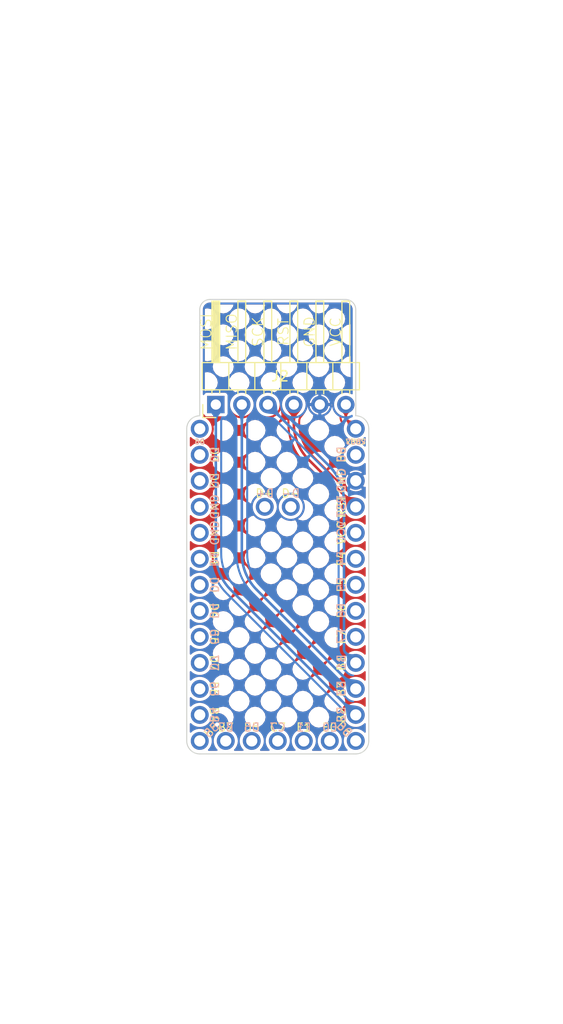
<source format=kicad_pcb>
(kicad_pcb (version 20211014) (generator pcbnew)
  (title_block (title "Pluto ISP adapter") (date "2022-02-07") (rev "1.0") (company "0xCB") (comment 1 "Conor Burns"))
  (layers (0 "F.Cu" signal) (31 "B.Cu" signal) (34 "B.Paste" user) (35 "F.Paste" user) (36 "B.SilkS" user "B.Silkscreen") (37 "F.SilkS" user "F.Silkscreen") (38 "B.Mask" user) (39 "F.Mask" user) (44 "Edge.Cuts" user))
  (net 0 "")
  (net 1 "+5V")
  (net 2 "GND")
  (net 3 "MOSI")
  (net 4 "MISO")
  (net 5 "SCK")
  (net 6 "RST")
  (footprint "0xcb:pluto" (layer "F.Cu") (at 146.9 116.76)
    (fp_text reference "J1")
    (fp_text value "pluto-pinout")
    (fp_text user "GND" (at -6.223 -8.89 270 unlocked) (layer "B.SilkS") (effects (font (size 0.8 0.8) (thickness 0.12)) (justify mirror)))
    (fp_text user "B6" (at 7.112 13.462 315 unlocked) (layer "B.SilkS") (effects (font (size 0.8 0.8) (thickness 0.12)) (justify left mirror)))
    (fp_text user "F4" (at 6.223 -3.8608 90 unlocked) (layer "B.SilkS") (effects (font (size 0.8 0.8) (thickness 0.12)) (justify mirror)))
    (fp_text user "D4" (at -6.223 1.27 270 unlocked) (layer "B.SilkS") (effects (font (size 0.8 0.8) (thickness 0.12)) (justify mirror)))
    (fp_text user "D2" (at -6.223 -11.43 270 unlocked) (layer "B.SilkS") (effects (font (size 0.8 0.8) (thickness 0.12)) (justify mirror)))
    (fp_text user "C6" (at -6.223 3.81 270 unlocked) (layer "B.SilkS") (effects (font (size 0.8 0.8) (thickness 0.12)) (justify mirror)))
    (fp_text user "D3" (at -6.223 -13.97 270 unlocked) (layer "B.SilkS") (effects (font (size 0.8 0.8) (thickness 0.12)) (justify mirror)))
    (fp_text user "D-" (at 1.27 -10.2108 unlocked) (layer "B.SilkS") (effects (font (size 0.8 0.8) (thickness 0.12)) (justify mirror)))
    (fp_text user "B3" (at 6.223 8.8392 90 unlocked) (layer "B.SilkS") (effects (font (size 0.8 0.8) (thickness 0.12)) (justify mirror)))
    (fp_text user "D7" (at -6.223 6.35 270 unlocked) (layer "B.SilkS") (effects (font (size 0.8 0.8) (thickness 0.12)) (justify mirror)))
    (fp_text user "D5" (at -2.54 12.6492 unlocked) (layer "B.SilkS") (effects (font (size 0.8 0.8) (thickness 0.12)) (justify mirror)))
    (fp_text user "D6" (at -7.62 -15.24 unlocked) (layer "B.SilkS") (effects (font (size 0.5 0.5) (thickness 0.1)) (justify mirror)))
    (fp_text user "RST" (at 6.223 -8.9408 90 unlocked) (layer "B.SilkS") (effects (font (size 0.8 0.8) (thickness 0.12)) (justify mirror)))
    (fp_text user "E6" (at -6.223 8.89 270 unlocked) (layer "B.SilkS") (effects (font (size 0.8 0.8) (thickness 0.12)) (justify mirror)))
    (fp_text user "GND" (at -6.223 -6.35 270 unlocked) (layer "B.SilkS") (effects (font (size 0.8 0.8) (thickness 0.12)) (justify mirror)))
    (fp_text user "B5" (at -7.0612 13.5128 45 unlocked) (layer "B.SilkS") (effects (font (size 0.8 0.8) (thickness 0.12)) (justify right mirror)))
    (fp_text user "D1" (at -6.223 -3.81 270 unlocked) (layer "B.SilkS") (effects (font (size 0.8 0.8) (thickness 0.12)) (justify mirror)))
    (fp_text user "F6" (at 6.223 1.2192 90 unlocked) (layer "B.SilkS") (effects (font (size 0.8 0.8) (thickness 0.12)) (justify mirror)))
    (fp_text user "B2" (at 6.223 11.3792 90 unlocked) (layer "B.SilkS") (effects (font (size 0.8 0.8) (thickness 0.12)) (justify mirror)))
    (fp_text user "D0" (at -6.223 -1.27 270 unlocked) (layer "B.SilkS") (effects (font (size 0.8 0.8) (thickness 0.12)) (justify mirror)))
    (fp_text user "B4" (at -6.223 11.43 270 unlocked) (layer "B.SilkS") (effects (font (size 0.8 0.8) (thickness 0.12)) (justify mirror)))
    (fp_text user "F1" (at 2.54 12.6492 unlocked) (layer "B.SilkS") (effects (font (size 0.8 0.8) (thickness 0.12)) (justify mirror)))
    (fp_text user "E0" (at 5.08 12.6492 unlocked) (layer "B.SilkS") (effects (font (size 0.8 0.8) (thickness 0.12)) (justify mirror)))
    (fp_text user "F7" (at 6.223 3.7592 90 unlocked) (layer "B.SilkS") (effects (font (size 0.8 0.8) (thickness 0.12)) (justify mirror)))
    (fp_text user "B7" (at -5.08 12.6492 unlocked) (layer "B.SilkS") (effects (font (size 0.8 0.8) (thickness 0.12)) (justify mirror)))
    (fp_text user "D+" (at -1.27 -10.2108 unlocked) (layer "B.SilkS") (effects (font (size 0.8 0.8) (thickness 0.12)) (justify mirror)))
    (fp_text user "VCC" (at 6.223 -6.4008 90 unlocked) (layer "B.SilkS") (effects (font (size 0.8 0.8) (thickness 0.12)) (justify mirror)))
    (fp_text user "F5" (at 6.223 -1.3208 90 unlocked) (layer "B.SilkS") (effects (font (size 0.8 0.8) (thickness 0.12)) (justify mirror)))
    (fp_text user "GND" (at 6.223 -11.4808 90 unlocked) (layer "B.SilkS") (effects (font (size 0.8 0.8) (thickness 0.12)) (justify mirror)))
    (fp_text user "B0" (at 6.223 -14.0208 90 unlocked) (layer "B.SilkS") (effects (font (size 0.8 0.8) (thickness 0.12)) (justify mirror)))
    (fp_text user "VBUS" (at 7.62 -15.24 unlocked) (layer "B.SilkS") (effects (font (size 0.5 0.5) (thickness 0.1)) (justify mirror)))
    (fp_text user "C7" (at 0 12.6492 unlocked) (layer "B.SilkS") (effects (font (size 0.8 0.8) (thickness 0.12)) (justify mirror)))
    (fp_text user "B1" (at 6.223 6.2992 90 unlocked) (layer "B.SilkS") (effects (font (size 0.8 0.8) (thickness 0.12)) (justify mirror)))
    (fp_text user "D6" (at -7.62 -15.24 unlocked) (layer "F.SilkS") (effects (font (size 0.5 0.5) (thickness 0.1))))
    (fp_text user "C6" (at -6.223 3.81 270 unlocked) (layer "F.SilkS") (effects (font (size 0.8 0.8) (thickness 0.12))))
    (fp_text user "F7" (at 6.223 3.81 90 unlocked) (layer "F.SilkS") (effects (font (size 0.8 0.8) (thickness 0.12))))
    (fp_text user "F5" (at 6.223 -1.27 90 unlocked) (layer "F.SilkS") (effects (font (size 0.8 0.8) (thickness 0.12))))
    (fp_text user "D0" (at -6.223 -1.27 270 unlocked) (layer "F.SilkS") (effects (font (size 0.8 0.8) (thickness 0.12))))
    (fp_text user "B2" (at 6.223 11.43 90 unlocked) (layer "F.SilkS") (effects (font (size 0.8 0.8) (thickness 0.12))))
    (fp_text user "B7" (at -5.08 12.6492 unlocked) (layer "F.SilkS") (effects (font (size 0.8 0.8) (thickness 0.12))))
    (fp_text user "RST" (at 6.223 -8.89 90 unlocked) (layer "F.SilkS") (effects (font (size 0.8 0.8) (thickness 0.12))))
    (fp_text user "B4" (at -6.223 11.43 270 unlocked) (layer "F.SilkS") (effects (font (size 0.8 0.8) (thickness 0.12))))
    (fp_text user "B3" (at 6.223 8.89 90 unlocked) (layer "F.SilkS") (effects (font (size 0.8 0.8) (thickness 0.12))))
    (fp_text user "VCC" (at 6.223 -6.35 90 unlocked) (layer "F.SilkS") (effects (font (size 0.8 0.8) (thickness 0.12))))
    (fp_text user "F4" (at 6.223 -3.81 90 unlocked) (layer "F.SilkS") (effects (font (size 0.8 0.8) (thickness 0.12))))
    (fp_text user "D7" (at -6.223 6.35 270 unlocked) (layer "F.SilkS") (effects (font (size 0.8 0.8) (thickness 0.12))))
    (fp_text user "D3" (at -6.223 -13.97 270 unlocked) (layer "F.SilkS") (effects (font (size 0.8 0.8) (thickness 0.12))))
    (fp_text user "B5" (at -7.0612 13.5128 45 unlocked) (layer "F.SilkS") (effects (font (size 0.8 0.8) (thickness 0.12)) (justify left)))
    (fp_text user "D2" (at -6.223 -11.43 270 unlocked) (layer "F.SilkS") (effects (font (size 0.8 0.8) (thickness 0.12))))
    (fp_text user "C7" (at 0 12.649199 unlocked) (layer "F.SilkS") (effects (font (size 0.8 0.8) (thickness 0.12))))
    (fp_text user "B1" (at 6.223 6.35 90 unlocked) (layer "F.SilkS") (effects (font (size 0.8 0.8) (thickness 0.12))))
    (fp_text user "GND" (at -6.223 -6.35 270 unlocked) (layer "F.SilkS") (effects (font (size 0.8 0.8) (thickness 0.12))))
    (fp_text user "GND" (at 6.223 -11.43 90 unlocked) (layer "F.SilkS") (effects (font (size 0.8 0.8) (thickness 0.12))))
    (fp_text user "B6" (at 7.112 13.4112 -45 unlocked) (layer "F.SilkS") (effects (font (size 0.8 0.8) (thickness 0.12)) (justify right)))
    (fp_text user "D5" (at -2.54 12.6492 unlocked) (layer "F.SilkS") (effects (font (size 0.8 0.8) (thickness 0.12))))
    (fp_text user "VBUS" (at 7.62 -15.24 unlocked) (layer "F.SilkS") (effects (font (size 0.5 0.5) (thickness 0.1))))
    (fp_text user "D4" (at -6.223 1.27 270 unlocked) (layer "F.SilkS") (effects (font (size 0.8 0.8) (thickness 0.12))))
    (fp_text user "GND" (at -6.223 -8.89 270 unlocked) (layer "F.SilkS") (effects (font (size 0.8 0.8) (thickness 0.12))))
    (fp_text user "F6" (at 6.223 1.27 90 unlocked) (layer "F.SilkS") (effects (font (size 0.8 0.8) (thickness 0.12))))
    (fp_text user "E0" (at 5.08 12.649199 unlocked) (layer "F.SilkS") (effects (font (size 0.8 0.8) (thickness 0.12))))
    (fp_text user "D1" (at -6.223 -3.81 270 unlocked) (layer "F.SilkS") (effects (font (size 0.8 0.8) (thickness 0.12))))
    (fp_text user "F1" (at 2.54 12.649199 unlocked) (layer "F.SilkS") (effects (font (size 0.8 0.8) (thickness 0.12))))
    (fp_text user "E6" (at -6.223 8.89 270 unlocked) (layer "F.SilkS") (effects (font (size 0.8 0.8) (thickness 0.12))))
    (fp_text user "D-" (at 1.27 -10.2108 unlocked) (layer "F.SilkS") (effects (font (size 0.8 0.8) (thickness 0.12))))
    (fp_text user "D+" (at -1.27 -10.2108 unlocked) (layer "F.SilkS") (effects (font (size 0.8 0.8) (thickness 0.12))))
    (fp_text user "B0" (at 6.223 -13.97 90 unlocked) (layer "F.SilkS") (effects (font (size 0.8 0.8) (thickness 0.12))))
    (fp_line (start 8.89 13.97) (end 8.89 -16.51) (layer "Edge.Cuts") (width 0.1))
    (fp_line (start -8.89 -16.51) (end -8.89 13.97) (layer "Edge.Cuts") (width 0.1))
    (fp_line (start -7.62 15.24) (end 7.62 15.24) (layer "Edge.Cuts") (width 0.1))
    (fp_arc (start -7.62 15.24) (mid -8.518026 14.868026) (end -8.89 13.97) (layer "Edge.Cuts") (width 0.1))
    (fp_arc (start -8.89 -16.51) (mid -8.518026 -17.408026) (end -7.62 -17.78) (layer "Edge.Cuts") (width 0.1))
    (fp_arc (start 8.89 13.97) (mid 8.518026 14.868026) (end 7.62 15.24) (layer "Edge.Cuts") (width 0.1))
    (fp_arc (start 7.62 -17.78) (mid 8.518026 -17.408026) (end 8.89 -16.51) (layer "Edge.Cuts") (width 0.1))
    (pad "1" thru_hole circle (at -7.62 -16.51 270) (size 1.7526 1.7526) (drill 1.0922) (layers *.Cu *.Mask))
    (pad "2" thru_hole circle (at -7.62 -13.97 270) (size 1.7526 1.7526) (drill 1.0922) (layers *.Cu *.Mask))
    (pad "3" thru_hole circle (at -7.62 -11.43 270) (size 1.7526 1.7526) (drill 1.0922) (layers *.Cu *.Mask))
    (pad "4" thru_hole circle (at -7.62 -8.89 270) (size 1.7526 1.7526) (drill 1.0922) (layers *.Cu *.Mask))
    (pad "5" thru_hole circle (at -7.62 -6.35 270) (size 1.7526 1.7526) (drill 1.0922) (layers *.Cu *.Mask))
    (pad "6" thru_hole circle (at -7.62 -3.81 270) (size 1.7526 1.7526) (drill 1.0922) (layers *.Cu *.Mask))
    (pad "7" thru_hole circle (at -7.62 -1.27 270) (size 1.7526 1.7526) (drill 1.0922) (layers *.Cu *.Mask))
    (pad "8" thru_hole circle (at -7.62 1.27 270) (size 1.7526 1.7526) (drill 1.0922) (layers *.Cu *.Mask))
    (pad "9" thru_hole circle (at -7.62 3.81 270) (size 1.7526 1.7526) (drill 1.0922) (layers *.Cu *.Mask))
    (pad "10" thru_hole circle (at -7.62 6.35 270) (size 1.7526 1.7526) (drill 1.0922) (layers *.Cu *.Mask))
    (pad "11" thru_hole circle (at -7.62 8.89 270) (size 1.7526 1.7526) (drill 1.0922) (layers *.Cu *.Mask))
    (pad "12" thru_hole circle (at -7.62 11.43 270) (size 1.7526 1.7526) (drill 1.0922) (layers *.Cu *.Mask))
    (pad "13" thru_hole circle (at -7.62 13.97 270) (size 1.7526 1.7526) (drill 1.0922) (layers *.Cu *.Mask))
    (pad "14" thru_hole circle (at -5.08 13.97 270) (size 1.7526 1.7526) (drill 1.0922) (layers *.Cu *.Mask))
    (pad "15" thru_hole circle (at -2.54 13.97 270) (size 1.7526 1.7526) (drill 1.0922) (layers *.Cu *.Mask))
    (pad "16" thru_hole circle (at 0 13.97 270) (size 1.7526 1.7526) (drill 1.0922) (layers *.Cu *.Mask))
    (pad "17" thru_hole circle (at 2.54 13.97 270) (size 1.7526 1.7526) (drill 1.0922) (layers *.Cu *.Mask))
    (pad "18" thru_hole circle (at 5.08 13.97 270) (size 1.7526 1.7526) (drill 1.0922) (layers *.Cu *.Mask))
    (pad "19" thru_hole circle (at 7.62 13.97 270) (size 1.7526 1.7526) (drill 1.0922) (layers *.Cu *.Mask))
    (pad "20" thru_hole circle (at 7.62 11.43 270) (size 1.7526 1.7526) (drill 1.0922) (layers *.Cu *.Mask) (net 3 "MOSI"))
    (pad "21" thru_hole circle (at 7.62 8.89 270) (size 1.7526 1.7526) (drill 1.0922) (layers *.Cu *.Mask) (net 4 "MISO"))
    (pad "22" thru_hole circle (at 7.62 6.35 270) (size 1.7526 1.7526) (drill 1.0922) (layers *.Cu *.Mask) (net 5 "SCK"))
    (pad "23" thru_hole circle (at 7.62 3.81 270) (size 1.7526 1.7526) (drill 1.0922) (layers *.Cu *.Mask))
    (pad "24" thru_hole circle (at 7.62 1.27 270) (size 1.7526 1.7526) (drill 1.0922) (layers *.Cu *.Mask))
    (pad "25" thru_hole circle (at 7.62 -1.27 270) (size 1.7526 1.7526) (drill 1.0922) (layers *.Cu *.Mask))
    (pad "26" thru_hole circle (at 7.62 -3.81 270) (size 1.7526 1.7526) (drill 1.0922) (layers *.Cu *.Mask))
    (pad "27" thru_hole circle (at 7.62 -6.35 270) (size 1.7526 1.7526) (drill 1.0922) (layers *.Cu *.Mask))
    (pad "28" thru_hole circle (at 7.62 -8.89 270) (size 1.7526 1.7526) (drill 1.0922) (layers *.Cu *.Mask) (net 6 "RST"))
    (pad "29" thru_hole circle (at 7.62 -11.43 270) (size 1.7526 1.7526) (drill 1.0922) (layers *.Cu *.Mask) (net 2 "GND"))
    (pad "30" thru_hole circle (at 7.62 -13.97 270) (size 1.7526 1.7526) (drill 1.0922) (layers *.Cu *.Mask))
    (pad "31" thru_hole circle (at 7.62 -16.51 270) (size 1.7526 1.7526) (drill 1.0922) (layers *.Cu *.Mask) (net 1 "+5V"))
    (pad "32" thru_hole circle (at 1.27 -8.89 270) (size 1.7526 1.7526) (drill 1.0922) (layers *.Cu *.Mask))
    (pad "33" thru_hole circle (at -1.27 -8.89 270) (size 1.7526 1.7526) (drill 1.0922) (layers *.Cu *.Mask))
  )
  (footprint "Connector_PinHeader_2.54mm:PinHeader_1x06_P2.54mm_Horizontal" (layer "F.Cu") (at 140.85 97.885 90)
    (fp_text reference "J2" (at 2.77 6.275) (layer "F.SilkS"))
    (fp_text value "PinHeader_1x06_P2.54mm_Horizontal")
    (fp_line (start 4.1 14.03) (end 4.1 -1.33) (layer "F.SilkS") (width 0.12))
    (fp_line (start 1.44 1.27) (end 4.1 1.27) (layer "F.SilkS") (width 0.12))
    (fp_line (start 10.1 10.54) (end 4.1 10.54) (layer "F.SilkS") (width 0.12))
    (fp_line (start 1.44 8.89) (end 4.1 8.89) (layer "F.SilkS") (width 0.12))
    (fp_line (start 10.1 2.92) (end 4.1 2.92) (layer "F.SilkS") (width 0.12))
    (fp_line (start 4.1 9.78) (end 10.1 9.78) (layer "F.SilkS") (width 0.12))
    (fp_line (start 1.11 -0.38) (end 1.44 -0.38) (layer "F.SilkS") (width 0.12))
    (fp_line (start 10.1 5.46) (end 4.1 5.46) (layer "F.SilkS") (width 0.12))
    (fp_line (start 1.042929 12.32) (end 1.44 12.32) (layer "F.SilkS") (width 0.12))
    (fp_line (start 1.042929 8) (end 1.44 8) (layer "F.SilkS") (width 0.12))
    (fp_line (start 10.1 12.32) (end 10.1 13.08) (layer "F.SilkS") (width 0.12))
    (fp_line (start 4.1 2.16) (end 10.1 2.16) (layer "F.SilkS") (width 0.12))
    (fp_line (start -1.27 0) (end -1.27 -1.27) (layer "F.SilkS") (width 0.12))
    (fp_line (start 10.1 -0.38) (end 10.1 0.38) (layer "F.SilkS") (width 0.12))
    (fp_line (start 4.1 -1.33) (end 1.44 -1.33) (layer "F.SilkS") (width 0.12))
    (fp_line (start 1.042929 9.78) (end 1.44 9.78) (layer "F.SilkS") (width 0.12))
    (fp_line (start 1.44 3.81) (end 4.1 3.81) (layer "F.SilkS") (width 0.12))
    (fp_line (start 10.1 9.78) (end 10.1 10.54) (layer "F.SilkS") (width 0.12))
    (fp_line (start 10.1 8) (end 4.1 8) (layer "F.SilkS") (width 0.12))
    (fp_line (start 10.1 2.16) (end 10.1 2.92) (layer "F.SilkS") (width 0.12))
    (fp_line (start 10.1 13.08) (end 4.1 13.08) (layer "F.SilkS") (width 0.12))
    (fp_line (start 4.1 7.24) (end 10.1 7.24) (layer "F.SilkS") (width 0.12))
    (fp_line (start 1.042929 2.92) (end 1.44 2.92) (layer "F.SilkS") (width 0.12))
    (fp_line (start 4.1 -0.32) (end 10.1 -0.32) (layer "F.SilkS") (width 0.12))
    (fp_line (start 10.1 0.38) (end 4.1 0.38) (layer "F.SilkS") (width 0.12))
    (fp_line (start 10.1 4.7) (end 10.1 5.46) (layer "F.SilkS") (width 0.12))
    (fp_line (start 4.1 0.04) (end 10.1 0.04) (layer "F.SilkS") (width 0.12))
    (fp_line (start 1.042929 2.16) (end 1.44 2.16) (layer "F.SilkS") (width 0.12))
    (fp_line (start 1.11 0.38) (end 1.44 0.38) (layer "F.SilkS") (width 0.12))
    (fp_line (start 4.1 -0.2) (end 10.1 -0.2) (layer "F.SilkS") (width 0.12))
    (fp_line (start 4.1 -0.08) (end 10.1 -0.08) (layer "F.SilkS") (width 0.12))
    (fp_line (start 4.1 0.16) (end 10.1 0.16) (layer "F.SilkS") (width 0.12))
    (fp_line (start 4.1 -0.38) (end 10.1 -0.38) (layer "F.SilkS") (width 0.12))
    (fp_line (start -1.27 -1.27) (end 0 -1.27) (layer "F.SilkS") (width 0.12))
    (fp_line (start 1.042929 13.08) (end 1.44 13.08) (layer "F.SilkS") (width 0.12))
    (fp_line (start 1.44 6.35) (end 4.1 6.35) (layer "F.SilkS") (width 0.12))
    (fp_line (start 1.042929 7.24) (end 1.44 7.24) (layer "F.SilkS") (width 0.12))
    (fp_line (start 4.1 0.28) (end 10.1 0.28) (layer "F.SilkS") (width 0.12))
    (fp_line (start 1.44 -1.33) (end 1.44 14.03) (layer "F.SilkS") (width 0.12))
    (fp_line (start 1.042929 5.46) (end 1.44 5.46) (layer "F.SilkS") (width 0.12))
    (fp_line (start 4.1 4.7) (end 10.1 4.7) (layer "F.SilkS") (width 0.12))
    (fp_line (start 1.042929 10.54) (end 1.44 10.54) (layer "F.SilkS") (width 0.12))
    (fp_line (start 4.1 12.32) (end 10.1 12.32) (layer "F.SilkS") (width 0.12))
    (fp_line (start 1.44 14.03) (end 4.1 14.03) (layer "F.SilkS") (width 0.12))
    (fp_line (start 1.44 11.43) (end 4.1 11.43) (layer "F.SilkS") (width 0.12))
    (fp_line (start 1.042929 4.7) (end 1.44 4.7) (layer "F.SilkS") (width 0.12))
    (fp_line (start 10.1 7.24) (end 10.1 8) (layer "F.SilkS") (width 0.12))
    (pad "1" thru_hole rect (at 0 0 90) (size 1.7 1.7) (drill 1) (layers *.Cu *.Mask) (net 3 "MOSI"))
    (pad "2" thru_hole oval (at 0 2.54 90) (size 1.7 1.7) (drill 1) (layers *.Cu *.Mask) (net 4 "MISO"))
    (pad "3" thru_hole oval (at 0 5.08 90) (size 1.7 1.7) (drill 1) (layers *.Cu *.Mask) (net 5 "SCK"))
    (pad "4" thru_hole oval (at 0 7.62 90) (size 1.7 1.7) (drill 1) (layers *.Cu *.Mask) (net 6 "RST"))
    (pad "5" thru_hole oval (at 0 10.16 90) (size 1.7 1.7) (drill 1) (layers *.Cu *.Mask) (net 2 "GND"))
    (pad "6" thru_hole oval (at 0 12.7 90) (size 1.7 1.7) (drill 1) (layers *.Cu *.Mask) (net 1 "+5V"))
  )
  (gr_line (start 154.52 98.98) (end 154.52 88.619999) (layer "Edge.Cuts") (width 0.1))
  (gr_line (start 153.52 87.619999) (end 140.28 87.62) (layer "Edge.Cuts") (width 0.1))
  (gr_arc (start 153.52 87.619999) (mid 154.227106 87.912893) (end 154.52 88.619999) (layer "Edge.Cuts") (width 0.1))
  (gr_line (start 139.28 88.62) (end 139.28 98.98) (layer "Edge.Cuts") (width 0.1))
  (gr_arc (start 139.28 88.62) (mid 139.572894 87.912894) (end 140.28 87.62) (layer "Edge.Cuts") (width 0.1))
  (gr_text "RST" (at 147.45 90.785 90) (layer "F.SilkS") (effects (font (size 1 1) (thickness 0.1))))
  (gr_text "GND" (at 150 90.785 90) (layer "F.SilkS") (effects (font (size 1 1) (thickness 0.1))))
  (gr_text "MISO" (at 142.4 90.785 90) (layer "F.SilkS") (effects (font (size 1 1) (thickness 0.1))))
  (gr_text "SCK" (at 144.95 90.785 90) (layer "F.SilkS") (effects (font (size 1 1) (thickness 0.1))))
  (gr_text "VCC" (at 152.55 90.785 90) (layer "F.SilkS") (effects (font (size 1 1) (thickness 0.1))))
  (gr_text "MOSI" (at 139.9 90.785 90) (layer "F.SilkS") (effects (font (size 1 1) (thickness 0.1))))
  (segment (start 153.55 97.885) (end 153.55 99.072893) (width 0.25) (layer "F.Cu") (net 1))
  (segment (start 153.696447 99.426447) (end 154.52 100.25) (width 0.25) (layer "F.Cu") (net 1))
  (arc (start 153.696447 99.426447) (mid 153.58806 99.264235) (end 153.55 99.072893) (width 0.25) (layer "F.Cu") (net 1))
  (via (at 140.97 129.12) (size 0.8) (drill 0.4) (layers "F.Cu" "B.Cu") (net 2))
  (segment (start 140.85 97.885) (end 140.85 112.448932) (width 0.25) (layer "B.Cu") (net 3))
  (segment (start 142.314466 115.984466) (end 154.52 128.19) (width 0.25) (layer "B.Cu") (net 3))
  (arc (start 140.85 112.448932) (mid 141.230602 114.362349) (end 142.314466 115.984466) (width 0.25) (layer "B.Cu") (net 3))
  (segment (start 144.854466 115.984466) (end 154.52 125.65) (width 0.25) (layer "B.Cu") (net 4))
  (segment (start 143.39 97.885) (end 143.39 112.448932) (width 0.25) (layer "B.Cu") (net 4))
  (arc (start 144.854466 115.984466) (mid 143.770602 114.362349) (end 143.39 112.448932) (width 0.25) (layer "B.Cu") (net 4))
  (segment (start 153.515636 122.105636) (end 154.52 123.11) (width 0.25) (layer "B.Cu") (net 5))
  (segment (start 153.369189 107.395257) (end 153.369189 121.752082) (width 0.25) (layer "B.Cu") (net 5))
  (segment (start 145.93 97.885) (end 151.904723 103.859723) (width 0.25) (layer "B.Cu") (net 5))
  (arc (start 153.369189 107.395257) (mid 152.988587 105.48184) (end 151.904723 103.859723) (width 0.25) (layer "B.Cu") (net 5))
  (arc (start 153.369189 121.752082) (mid 153.407249 121.943424) (end 153.515636 122.105636) (width 0.25) (layer "B.Cu") (net 5))
  (segment (start 148.47 97.885) (end 148.47 99.748932) (width 0.25) (layer "F.Cu") (net 6))
  (segment (start 149.934466 103.284466) (end 154.52 107.87) (width 0.25) (layer "F.Cu") (net 6))
  (arc (start 149.934466 103.284466) (mid 148.850602 101.662349) (end 148.47 99.748932) (width 0.25) (layer "F.Cu") (net 6))
  (zone (net 1) (net_name "+5V") (layer "F.Cu") (priority 16962) (connect_pads yes (clearance 0)) (min_thickness 0.0254) (fill yes (thermal_gap 0.508) (thermal_bridge_width 0.508))
    (polygon (pts (xy 153.675 99.062893) (xy 153.680051 98.992864) (xy 153.694092 98.929337) (xy 153.71545 98.872234) (xy 153.742454 98.821474) (xy 153.773431 98.776976) (xy 153.806711 98.73866) (xy 153.84062 98.706447) (xy 153.873488 98.680256) (xy 153.903643 98.660007) (xy 153.929413 98.645621) (xy 153.55 97.46) (xy 153.170587 98.645621) (xy 153.196356 98.660007) (xy 153.226511 98.680256) (xy 153.259379 98.706447) (xy 153.293288 98.73866) (xy 153.326568 98.776976) (xy 153.357545 98.821474) (xy 153.384549 98.872234) (xy 153.405907 98.929337) (xy 153.419948 98.992864) (xy 153.425 99.062893)))
  )
  (zone (net 2) (net_name "GND") (layers F&B.Cu) (connect_pads (clearance 0.3)) (min_thickness 0.15) (fill yes (mode hatch) (thermal_gap 0.15) (thermal_bridge_width 0.3) (hatch_thickness 0.2) (hatch_gap 2) (hatch_orientation 45) (hatch_smoothing_level 3) (hatch_smoothing_value 1) (hatch_border_algorithm hatch_thickness) (hatch_min_hole_area 0.3))
    (polygon (pts (xy 174.77 158.38) (xy 119.77 158.38) (xy 119.77 58.38) (xy 174.77 58.38)))
  )
  (zone (net 6) (net_name "RST") (layer "F.Cu") (priority 16962) (connect_pads yes (clearance 0)) (min_thickness 0.0254) (fill yes (thermal_gap 0.508) (thermal_bridge_width 0.508))
    (polygon (pts (xy 148.595 99.575) (xy 148.605302 99.375601) (xy 148.634473 99.212127) (xy 148.679914 99.076726) (xy 148.739021 98.961548) (xy 148.809195 98.858741) (xy 148.887832 98.760455) (xy 148.972333 98.65884) (xy 149.060095 98.546043) (xy 149.148518 98.414216) (xy 149.235 98.255506) (xy 148.47 97.46) (xy 147.705 98.255506) (xy 147.791481 98.414216) (xy 147.879904 98.546043) (xy 147.967666 98.65884) (xy 148.052167 98.760455) (xy 148.130804 98.858741) (xy 148.200978 98.961548) (xy 148.260085 99.076726) (xy 148.305526 99.212127) (xy 148.334697 99.375601) (xy 148.345 99.575)))
  )
  (zone (net 1) (net_name "+5V") (layer "F.Cu") (priority 16962) (connect_pads yes (clearance 0)) (min_thickness 0.0254) (fill yes (thermal_gap 0.508) (thermal_bridge_width 0.508))
    (polygon (pts (xy 153.615131 99.521908) (xy 153.653452 99.566703) (xy 153.682431 99.613581) (xy 153.703151 99.661344) (xy 153.716701 99.708795) (xy 153.724165 99.754737) (xy 153.726632 99.797974) (xy 153.725186 99.837308) (xy 153.720914 99.871543) (xy 153.714904 99.899481) (xy 153.708241 99.919927) (xy 154.829818 100.559818) (xy 154.189927 99.438241) (xy 154.169481 99.444904) (xy 154.141543 99.450914) (xy 154.107308 99.455186) (xy 154.067974 99.456632) (xy 154.024737 99.454165) (xy 153.978795 99.446701) (xy 153.931344 99.433151) (xy 153.883581 99.412431) (xy 153.836703 99.383452) (xy 153.791908 99.345131)))
  )
  (zone (net 6) (net_name "RST") (layer "F.Cu") (priority 16962) (connect_pads yes (clearance 0)) (min_thickness 0.0254) (fill yes (thermal_gap 0.508) (thermal_bridge_width 0.508))
    (polygon (pts (xy 153.196792 106.723569) (xy 153.335073 106.876976) (xy 153.433185 107.017918) (xy 153.498798 107.150233) (xy 153.539579 107.277764) (xy 153.563196 107.404352) (xy 153.577319 107.533837) (xy 153.589616 107.670062) (xy 153.607755 107.816866) (xy 153.639404 107.978092) (xy 153.692233 108.15758) (xy 154.829818 108.179818) (xy 154.80758 107.042233) (xy 154.628092 106.989404) (xy 154.466866 106.957755) (xy 154.320062 106.939616) (xy 154.183837 106.927319) (xy 154.054352 106.913196) (xy 153.927764 106.889579) (xy 153.800233 106.848798) (xy 153.667918 106.783185) (xy 153.526976 106.685073) (xy 153.373569 106.546792)))
  )
  (zone (net 5) (net_name "SCK") (layer "B.Cu") (priority 16962) (connect_pads yes (clearance 0)) (min_thickness 0.0254) (fill yes (thermal_gap 0.508) (thermal_bridge_width 0.508))
    (polygon (pts (xy 153.43432 122.201097) (xy 153.512011 122.288197) (xy 153.571592 122.374395) (xy 153.615186 122.459401) (xy 153.644916 122.542923) (xy 153.662906 122.624672) (xy 153.671278 122.704355) (xy 153.672157 122.781683) (xy 153.667666 122.856365) (xy 153.659927 122.92811) (xy 153.651065 122.996628) (xy 154.829818 123.419818) (xy 154.406628 122.241065) (xy 154.33811 122.249927) (xy 154.266365 122.257666) (xy 154.191683 122.262157) (xy 154.114355 122.261278) (xy 154.034672 122.252906) (xy 153.952923 122.234916) (xy 153.869401 122.205186) (xy 153.784395 122.161592) (xy 153.698197 122.102011) (xy 153.611097 122.02432)))
  )
  (zone (net 4) (net_name "MISO") (layer "B.Cu") (priority 16962) (connect_pads yes (clearance 0)) (min_thickness 0.0254) (fill yes (thermal_gap 0.508) (thermal_bridge_width 0.508))
    (polygon (pts (xy 153.196792 124.503569) (xy 153.335073 124.656976) (xy 153.433185 124.797918) (xy 153.498798 124.930233) (xy 153.539579 125.057764) (xy 153.563196 125.184352) (xy 153.577319 125.313837) (xy 153.589616 125.450062) (xy 153.607755 125.596866) (xy 153.639404 125.758092) (xy 153.692233 125.93758) (xy 154.829818 125.959818) (xy 154.80758 124.822233) (xy 154.628092 124.769404) (xy 154.466866 124.737755) (xy 154.320062 124.719616) (xy 154.183837 124.707319) (xy 154.054352 124.693196) (xy 153.927764 124.669579) (xy 153.800233 124.628798) (xy 153.667918 124.563185) (xy 153.526976 124.465073) (xy 153.373569 124.326792)))
  )
  (zone (net 5) (net_name "SCK") (layer "B.Cu") (priority 16962) (connect_pads yes (clearance 0)) (min_thickness 0.0254) (fill yes (thermal_gap 0.508) (thermal_bridge_width 0.508))
    (polygon (pts (xy 147.213398 98.991621) (xy 147.079686 98.84334) (xy 146.984721 98.707119) (xy 146.921109 98.579245) (xy 146.881461 98.456006) (xy 146.858386 98.333691) (xy 146.844492 98.208588) (xy 146.83239 98.076984) (xy 146.814689 97.935167) (xy 146.783997 97.779427) (xy 146.732924 97.606051) (xy 145.62948 97.58448) (xy 145.651051 98.687924) (xy 145.824427 98.738997) (xy 145.980167 98.769689) (xy 146.121984 98.78739) (xy 146.253588 98.799492) (xy 146.378691 98.813386) (xy 146.501006 98.836461) (xy 146.624245 98.876109) (xy 146.752119 98.939721) (xy 146.88834 99.034686) (xy 147.036621 99.168398)))
  )
  (zone (net 3) (net_name "MOSI") (layer "B.Cu") (priority 16962) (connect_pads yes (clearance 0)) (min_thickness 0.0254) (fill yes (thermal_gap 0.508) (thermal_bridge_width 0.508))
    (polygon (pts (xy 153.196792 127.043569) (xy 153.335073 127.196976) (xy 153.433185 127.337918) (xy 153.498798 127.470233) (xy 153.539579 127.597764) (xy 153.563196 127.724352) (xy 153.577319 127.853837) (xy 153.589616 127.990062) (xy 153.607755 128.136866) (xy 153.639404 128.298092) (xy 153.692233 128.47758) (xy 154.829818 128.499818) (xy 154.80758 127.362233) (xy 154.628092 127.309404) (xy 154.466866 127.277755) (xy 154.320062 127.259616) (xy 154.183837 127.247319) (xy 154.054352 127.233196) (xy 153.927764 127.209579) (xy 153.800233 127.168798) (xy 153.667918 127.103185) (xy 153.526976 127.005073) (xy 153.373569 126.866792)))
  )
  (zone (net 3) (net_name "MOSI") (layer "B.Cu") (priority 16962) (connect_pads yes (clearance 0)) (min_thickness 0.0254) (fill yes (thermal_gap 0.508) (thermal_bridge_width 0.508))
    (polygon (pts (xy 140.975 99.575) (xy 140.985302 99.375601) (xy 141.014473 99.212127) (xy 141.059914 99.076726) (xy 141.119021 98.961548) (xy 141.189195 98.858741) (xy 141.267832 98.760455) (xy 141.352333 98.65884) (xy 141.440095 98.546043) (xy 141.528518 98.414216) (xy 141.615 98.255506) (xy 140.85 97.46) (xy 140.085 98.255506) (xy 140.171481 98.414216) (xy 140.259904 98.546043) (xy 140.347666 98.65884) (xy 140.432167 98.760455) (xy 140.510804 98.858741) (xy 140.580978 98.961548) (xy 140.640085 99.076726) (xy 140.685526 99.212127) (xy 140.714697 99.375601) (xy 140.725 99.575)))
  )
  (zone (net 4) (net_name "MISO") (layer "B.Cu") (priority 16962) (connect_pads yes (clearance 0)) (min_thickness 0.0254) (fill yes (thermal_gap 0.508) (thermal_bridge_width 0.508))
    (polygon (pts (xy 143.515 99.575) (xy 143.525302 99.375601) (xy 143.554473 99.212127) (xy 143.599914 99.076726) (xy 143.659021 98.961548) (xy 143.729195 98.858741) (xy 143.807832 98.760455) (xy 143.892333 98.65884) (xy 143.980095 98.546043) (xy 144.068518 98.414216) (xy 144.155 98.255506) (xy 143.39 97.46) (xy 142.625 98.255506) (xy 142.711481 98.414216) (xy 142.799904 98.546043) (xy 142.887666 98.65884) (xy 142.972167 98.760455) (xy 143.050804 98.858741) (xy 143.120978 98.961548) (xy 143.180085 99.076726) (xy 143.225526 99.212127) (xy 143.254697 99.375601) (xy 143.265 99.575)))
  )
)
</source>
